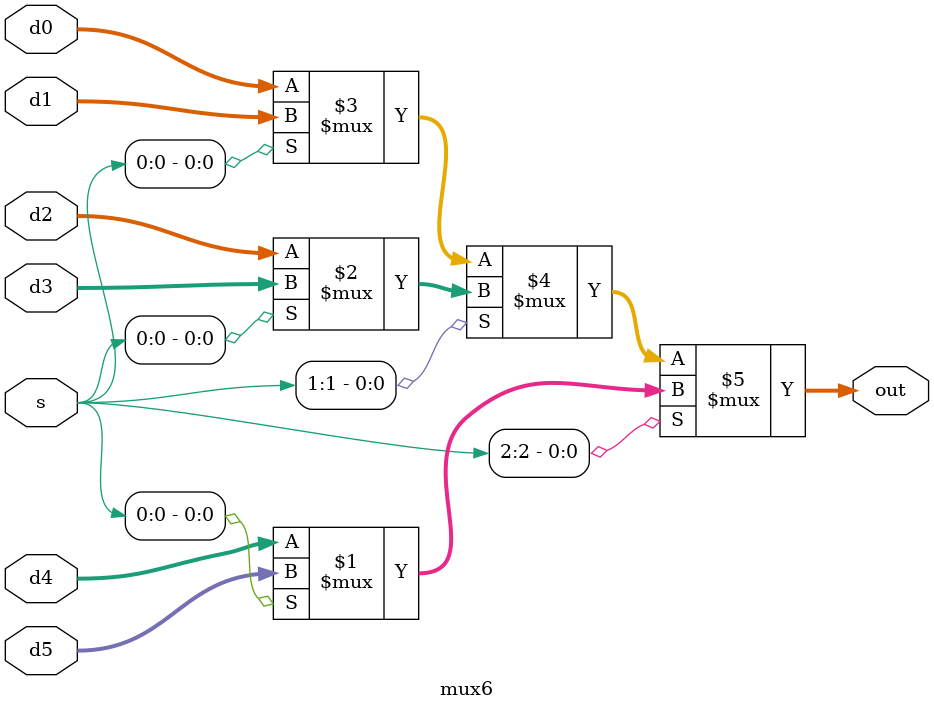
<source format=sv>
module mux6 #(parameter WIDTH = 32)
             (input  logic [WIDTH-1:0] d0, d1, d2, d3, d4, d5,
              input  logic [2:0]  s,
              output logic [WIDTH-1:0] out
              );

assign out = s[2]? (s[0]? d5 : d4) : (s[1]? (s[0]?  d3 : d2) : (s[0]? d1 : d0));

endmodule
</source>
